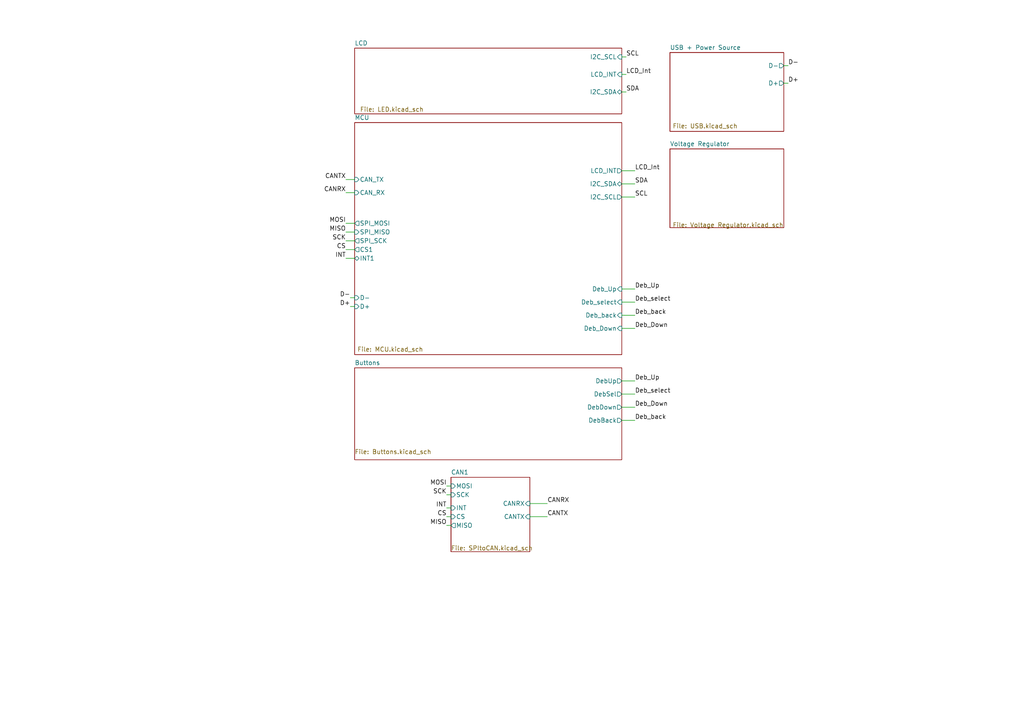
<source format=kicad_sch>
(kicad_sch
	(version 20231120)
	(generator "eeschema")
	(generator_version "8.0")
	(uuid "011ae556-31c3-4ee2-a722-f56ffd3fdd08")
	(paper "A4")
	(lib_symbols)
	(wire
		(pts
			(xy 100.33 72.39) (xy 102.87 72.39)
		)
		(stroke
			(width 0)
			(type default)
		)
		(uuid "14166bc7-7c39-42f4-9a6b-a90624d7f23c")
	)
	(wire
		(pts
			(xy 227.33 19.05) (xy 228.6 19.05)
		)
		(stroke
			(width 0)
			(type default)
		)
		(uuid "185f7f13-3d51-449a-bf02-9ad22adb8109")
	)
	(wire
		(pts
			(xy 100.33 69.85) (xy 102.87 69.85)
		)
		(stroke
			(width 0)
			(type default)
		)
		(uuid "27bf4e0b-a468-484f-92e3-6b4796ae46a0")
	)
	(wire
		(pts
			(xy 180.34 21.59) (xy 181.61 21.59)
		)
		(stroke
			(width 0)
			(type default)
		)
		(uuid "2a7455b7-ac0a-401c-9186-9282fe7dc0d7")
	)
	(wire
		(pts
			(xy 180.34 53.34) (xy 184.15 53.34)
		)
		(stroke
			(width 0)
			(type default)
		)
		(uuid "3476b04a-8249-41cf-baa2-efd2df9a4eb8")
	)
	(wire
		(pts
			(xy 129.54 147.32) (xy 130.81 147.32)
		)
		(stroke
			(width 0)
			(type default)
		)
		(uuid "39133ec0-4781-482d-a92c-d1d8522ca23c")
	)
	(wire
		(pts
			(xy 180.34 87.63) (xy 184.15 87.63)
		)
		(stroke
			(width 0)
			(type default)
		)
		(uuid "3fb9b8b2-6c19-4125-9199-22a342c345fa")
	)
	(wire
		(pts
			(xy 101.6 88.9) (xy 102.87 88.9)
		)
		(stroke
			(width 0)
			(type default)
		)
		(uuid "4c3ac60f-9b9a-44c2-b778-64c0957d3a30")
	)
	(wire
		(pts
			(xy 100.33 74.93) (xy 102.87 74.93)
		)
		(stroke
			(width 0)
			(type default)
		)
		(uuid "57d19dd9-be36-4239-a70e-c2b09661e467")
	)
	(wire
		(pts
			(xy 129.54 140.97) (xy 130.81 140.97)
		)
		(stroke
			(width 0)
			(type default)
		)
		(uuid "5a3286ac-6860-4c80-8c35-3db8612e9510")
	)
	(wire
		(pts
			(xy 100.33 64.77) (xy 102.87 64.77)
		)
		(stroke
			(width 0)
			(type default)
		)
		(uuid "5a4ab8c4-6f56-4e75-90f7-b9cdaccca56e")
	)
	(wire
		(pts
			(xy 100.33 52.07) (xy 102.87 52.07)
		)
		(stroke
			(width 0)
			(type default)
		)
		(uuid "61afda2f-8f00-4fa7-9bc6-d1a663770e2c")
	)
	(wire
		(pts
			(xy 158.75 149.86) (xy 153.67 149.86)
		)
		(stroke
			(width 0)
			(type default)
		)
		(uuid "62cd7857-60c1-44e8-ab43-0a1308638336")
	)
	(wire
		(pts
			(xy 158.75 146.05) (xy 153.67 146.05)
		)
		(stroke
			(width 0)
			(type default)
		)
		(uuid "64ff99af-fa54-481c-8c07-8259ed62a1ca")
	)
	(wire
		(pts
			(xy 180.34 91.44) (xy 184.15 91.44)
		)
		(stroke
			(width 0)
			(type default)
		)
		(uuid "701e0064-8626-464b-b5f1-cde1e89dc325")
	)
	(wire
		(pts
			(xy 180.34 26.67) (xy 181.61 26.67)
		)
		(stroke
			(width 0)
			(type default)
		)
		(uuid "78e60c83-6015-420c-bad2-561c6af2b743")
	)
	(wire
		(pts
			(xy 129.54 152.4) (xy 130.81 152.4)
		)
		(stroke
			(width 0)
			(type default)
		)
		(uuid "79d2a194-66ba-479e-b7ab-991cd13a6008")
	)
	(wire
		(pts
			(xy 100.33 55.88) (xy 102.87 55.88)
		)
		(stroke
			(width 0)
			(type default)
		)
		(uuid "7e2f6716-513f-49e1-a4fc-a1924b17ead4")
	)
	(wire
		(pts
			(xy 180.34 121.92) (xy 184.15 121.92)
		)
		(stroke
			(width 0)
			(type default)
		)
		(uuid "81256a0d-648c-4e84-8664-5b7205265715")
	)
	(wire
		(pts
			(xy 180.34 95.25) (xy 184.15 95.25)
		)
		(stroke
			(width 0)
			(type default)
		)
		(uuid "87047b27-eadf-47fb-8b61-f46d4e2930a3")
	)
	(wire
		(pts
			(xy 180.34 110.49) (xy 184.15 110.49)
		)
		(stroke
			(width 0)
			(type default)
		)
		(uuid "89fa02f1-755d-48c5-9814-de28441ececd")
	)
	(wire
		(pts
			(xy 180.34 57.15) (xy 184.15 57.15)
		)
		(stroke
			(width 0)
			(type default)
		)
		(uuid "90450905-53c4-4c7a-b86d-5f5a308eb737")
	)
	(wire
		(pts
			(xy 180.34 114.3) (xy 184.15 114.3)
		)
		(stroke
			(width 0)
			(type default)
		)
		(uuid "9b0ccbf6-6b4a-437f-a932-0ac6f1d3ea57")
	)
	(wire
		(pts
			(xy 180.34 49.53) (xy 184.15 49.53)
		)
		(stroke
			(width 0)
			(type default)
		)
		(uuid "a62c1024-dc0e-4bfd-8770-67124072671a")
	)
	(wire
		(pts
			(xy 129.54 143.51) (xy 130.81 143.51)
		)
		(stroke
			(width 0)
			(type default)
		)
		(uuid "b2b5ed56-ac83-4027-b83e-535cdb54e855")
	)
	(wire
		(pts
			(xy 101.6 86.36) (xy 102.87 86.36)
		)
		(stroke
			(width 0)
			(type default)
		)
		(uuid "bc726c3c-7931-411e-84d4-bd169b69d349")
	)
	(wire
		(pts
			(xy 180.34 16.51) (xy 181.61 16.51)
		)
		(stroke
			(width 0)
			(type default)
		)
		(uuid "bde555f0-bde5-4ed6-a474-ae246611d38c")
	)
	(wire
		(pts
			(xy 100.33 67.31) (xy 102.87 67.31)
		)
		(stroke
			(width 0)
			(type default)
		)
		(uuid "cba43a87-676c-41df-928d-3a3eb64c9b48")
	)
	(wire
		(pts
			(xy 180.34 118.11) (xy 184.15 118.11)
		)
		(stroke
			(width 0)
			(type default)
		)
		(uuid "da91d965-eddd-43a5-9bc0-357e963bd524")
	)
	(wire
		(pts
			(xy 227.33 24.13) (xy 228.6 24.13)
		)
		(stroke
			(width 0)
			(type default)
		)
		(uuid "ef3f696f-626b-4d93-9c24-6d01e8377cd7")
	)
	(wire
		(pts
			(xy 129.54 149.86) (xy 130.81 149.86)
		)
		(stroke
			(width 0)
			(type default)
		)
		(uuid "f14ef4d3-3ca9-4674-97f0-e60a28787075")
	)
	(wire
		(pts
			(xy 180.34 83.82) (xy 184.15 83.82)
		)
		(stroke
			(width 0)
			(type default)
		)
		(uuid "fd8fb475-e045-4e51-8887-3a246e86b7b0")
	)
	(label "SDA"
		(at 181.61 26.67 0)
		(fields_autoplaced yes)
		(effects
			(font
				(size 1.27 1.27)
			)
			(justify left bottom)
		)
		(uuid "0142eb4e-6c3e-4fbf-a176-0639b5cf7c66")
	)
	(label "CANTX"
		(at 100.33 52.07 180)
		(fields_autoplaced yes)
		(effects
			(font
				(size 1.27 1.27)
			)
			(justify right bottom)
		)
		(uuid "0736d765-b5b9-412a-970b-425420cab1c8")
	)
	(label "SCK"
		(at 129.54 143.51 180)
		(fields_autoplaced yes)
		(effects
			(font
				(size 1.27 1.27)
			)
			(justify right bottom)
		)
		(uuid "09050392-a7c4-48b6-a1ea-d336a2aa9a36")
	)
	(label "Deb_back"
		(at 184.15 121.92 0)
		(fields_autoplaced yes)
		(effects
			(font
				(size 1.27 1.27)
			)
			(justify left bottom)
		)
		(uuid "0a811256-00c2-44db-aef0-dd81fa2f485b")
	)
	(label "MISO"
		(at 129.54 152.4 180)
		(fields_autoplaced yes)
		(effects
			(font
				(size 1.27 1.27)
			)
			(justify right bottom)
		)
		(uuid "0b92864f-b7b3-4994-9337-b165f2cfd125")
	)
	(label "INT"
		(at 129.54 147.32 180)
		(fields_autoplaced yes)
		(effects
			(font
				(size 1.27 1.27)
			)
			(justify right bottom)
		)
		(uuid "0d69234c-efde-42d9-b60d-97514363f40e")
	)
	(label "MISO"
		(at 100.33 67.31 180)
		(fields_autoplaced yes)
		(effects
			(font
				(size 1.27 1.27)
			)
			(justify right bottom)
		)
		(uuid "0f2193af-e464-49fc-8885-052541a4cb83")
	)
	(label "SCL"
		(at 181.61 16.51 0)
		(fields_autoplaced yes)
		(effects
			(font
				(size 1.27 1.27)
			)
			(justify left bottom)
		)
		(uuid "1f3bb798-c9bc-4201-b208-b3b603a68a60")
	)
	(label "MOSI"
		(at 129.54 140.97 180)
		(fields_autoplaced yes)
		(effects
			(font
				(size 1.27 1.27)
			)
			(justify right bottom)
		)
		(uuid "26ba88bd-ecf7-4da6-bc62-f7e964e09cab")
	)
	(label "Deb_Down"
		(at 184.15 95.25 0)
		(fields_autoplaced yes)
		(effects
			(font
				(size 1.27 1.27)
			)
			(justify left bottom)
		)
		(uuid "38407fa6-e3b1-4e95-9a22-fb7cf237f19c")
	)
	(label "Deb_Up"
		(at 184.15 110.49 0)
		(fields_autoplaced yes)
		(effects
			(font
				(size 1.27 1.27)
			)
			(justify left bottom)
		)
		(uuid "5b07c212-6e54-41a8-a7b8-548e951b1f3c")
	)
	(label "LCD_Int"
		(at 184.15 49.53 0)
		(fields_autoplaced yes)
		(effects
			(font
				(size 1.27 1.27)
			)
			(justify left bottom)
		)
		(uuid "601a2ad1-649d-41a4-b99b-919da9c40b1d")
	)
	(label "SDA"
		(at 184.15 53.34 0)
		(fields_autoplaced yes)
		(effects
			(font
				(size 1.27 1.27)
			)
			(justify left bottom)
		)
		(uuid "61aa6455-069b-49c6-82ee-a52105b7fa74")
	)
	(label "SCL"
		(at 184.15 57.15 0)
		(fields_autoplaced yes)
		(effects
			(font
				(size 1.27 1.27)
			)
			(justify left bottom)
		)
		(uuid "7478dcd5-1769-48cb-8b51-24e8695769b2")
	)
	(label "LCD_Int"
		(at 181.61 21.59 0)
		(fields_autoplaced yes)
		(effects
			(font
				(size 1.27 1.27)
			)
			(justify left bottom)
		)
		(uuid "77266719-7b2b-4e79-aca8-271f0536517e")
	)
	(label "CS"
		(at 129.54 149.86 180)
		(fields_autoplaced yes)
		(effects
			(font
				(size 1.27 1.27)
			)
			(justify right bottom)
		)
		(uuid "7d115dbe-7b4e-49c2-8323-5c32d22f0404")
	)
	(label "CANTX"
		(at 158.75 149.86 0)
		(fields_autoplaced yes)
		(effects
			(font
				(size 1.27 1.27)
			)
			(justify left bottom)
		)
		(uuid "84721d8b-e0f4-4e68-9bbe-5d37f22f8ea2")
	)
	(label "Deb_select"
		(at 184.15 114.3 0)
		(fields_autoplaced yes)
		(effects
			(font
				(size 1.27 1.27)
			)
			(justify left bottom)
		)
		(uuid "8a84014f-e1bf-4f4d-a4c3-d0c751b8bf91")
	)
	(label "D-"
		(at 101.6 86.36 180)
		(fields_autoplaced yes)
		(effects
			(font
				(size 1.27 1.27)
			)
			(justify right bottom)
		)
		(uuid "8badd1ae-db6f-495f-81bb-3d8974cd137e")
	)
	(label "INT"
		(at 100.33 74.93 180)
		(fields_autoplaced yes)
		(effects
			(font
				(size 1.27 1.27)
			)
			(justify right bottom)
		)
		(uuid "8f419b25-b2cc-4acd-9407-75e2cb83961c")
	)
	(label "SCK"
		(at 100.33 69.85 180)
		(fields_autoplaced yes)
		(effects
			(font
				(size 1.27 1.27)
			)
			(justify right bottom)
		)
		(uuid "9c1efbb0-9601-4227-9689-ee33b5dca4bc")
	)
	(label "Deb_select"
		(at 184.15 87.63 0)
		(fields_autoplaced yes)
		(effects
			(font
				(size 1.27 1.27)
			)
			(justify left bottom)
		)
		(uuid "b1ef7bb2-8e0c-43ec-ba65-90c6c2c49cf6")
	)
	(label "Deb_Up"
		(at 184.15 83.82 0)
		(fields_autoplaced yes)
		(effects
			(font
				(size 1.27 1.27)
			)
			(justify left bottom)
		)
		(uuid "b57c4e3d-8c34-4fe6-9adb-5bbe6b1b9cf4")
	)
	(label "Deb_back"
		(at 184.15 91.44 0)
		(fields_autoplaced yes)
		(effects
			(font
				(size 1.27 1.27)
			)
			(justify left bottom)
		)
		(uuid "b7d4d33d-2070-4f1e-9cdd-4df4243fb837")
	)
	(label "CANRX"
		(at 100.33 55.88 180)
		(fields_autoplaced yes)
		(effects
			(font
				(size 1.27 1.27)
			)
			(justify right bottom)
		)
		(uuid "bfff33ef-14cd-477e-8598-5ab6426ce39b")
	)
	(label "CANRX"
		(at 158.75 146.05 0)
		(fields_autoplaced yes)
		(effects
			(font
				(size 1.27 1.27)
			)
			(justify left bottom)
		)
		(uuid "c4c8c7bd-360c-491b-9fd5-c24f759b565e")
	)
	(label "D+"
		(at 228.6 24.13 0)
		(fields_autoplaced yes)
		(effects
			(font
				(size 1.27 1.27)
			)
			(justify left bottom)
		)
		(uuid "c9b6628f-44e5-4309-9648-306b933c9b77")
	)
	(label "Deb_Down"
		(at 184.15 118.11 0)
		(fields_autoplaced yes)
		(effects
			(font
				(size 1.27 1.27)
			)
			(justify left bottom)
		)
		(uuid "dc2e2ce8-6760-4e4b-a63a-c931bfe002aa")
	)
	(label "CS"
		(at 100.33 72.39 180)
		(fields_autoplaced yes)
		(effects
			(font
				(size 1.27 1.27)
			)
			(justify right bottom)
		)
		(uuid "de9a6cca-fd18-4b4c-9647-fe9fbf2919bb")
	)
	(label "MOSI"
		(at 100.33 64.77 180)
		(fields_autoplaced yes)
		(effects
			(font
				(size 1.27 1.27)
			)
			(justify right bottom)
		)
		(uuid "ea84e782-3387-4207-8bb6-3e19f1d9a00a")
	)
	(label "D-"
		(at 228.6 19.05 0)
		(fields_autoplaced yes)
		(effects
			(font
				(size 1.27 1.27)
			)
			(justify left bottom)
		)
		(uuid "eac3f006-8511-40ed-befc-c5119affea62")
	)
	(label "D+"
		(at 101.6 88.9 180)
		(fields_autoplaced yes)
		(effects
			(font
				(size 1.27 1.27)
			)
			(justify right bottom)
		)
		(uuid "f724bb10-a4f2-41c1-b0a6-5ddb9d9c821f")
	)
	(sheet
		(at 102.87 13.97)
		(size 77.47 19.05)
		(stroke
			(width 0.1524)
			(type solid)
		)
		(fill
			(color 0 0 0 0.0000)
		)
		(uuid "06d156b2-e7ee-480c-8393-8b638463578f")
		(property "Sheetname" "LCD"
			(at 102.87 13.2584 0)
			(effects
				(font
					(size 1.27 1.27)
				)
				(justify left bottom)
			)
		)
		(property "Sheetfile" "LED.kicad_sch"
			(at 104.394 30.988 0)
			(effects
				(font
					(size 1.27 1.27)
				)
				(justify left top)
			)
		)
		(pin "I2C_SCL" input
			(at 180.34 16.51 0)
			(effects
				(font
					(size 1.27 1.27)
				)
				(justify right)
			)
			(uuid "435c37e8-b2f1-4158-8dbb-72ad1380766c")
		)
		(pin "LCD_INT" input
			(at 180.34 21.59 0)
			(effects
				(font
					(size 1.27 1.27)
				)
				(justify right)
			)
			(uuid "b610c0ec-f4db-4ff2-8cd0-710e96bce761")
		)
		(pin "I2C_SDA" bidirectional
			(at 180.34 26.67 0)
			(effects
				(font
					(size 1.27 1.27)
				)
				(justify right)
			)
			(uuid "5c9366a8-fc29-4d8b-8124-a956622a2cb0")
		)
		(instances
			(project "motor-flasher"
				(path "/011ae556-31c3-4ee2-a722-f56ffd3fdd08"
					(page "2")
				)
			)
		)
	)
	(sheet
		(at 194.31 15.24)
		(size 33.02 22.86)
		(stroke
			(width 0.1524)
			(type solid)
		)
		(fill
			(color 0 0 0 0.0000)
		)
		(uuid "08bfa4ec-fb4c-4b28-8ef2-d1f54c14b331")
		(property "Sheetname" "USB + Power Source"
			(at 194.31 14.5284 0)
			(effects
				(font
					(size 1.27 1.27)
				)
				(justify left bottom)
			)
		)
		(property "Sheetfile" "USB.kicad_sch"
			(at 195.072 35.814 0)
			(effects
				(font
					(size 1.27 1.27)
				)
				(justify left top)
			)
		)
		(pin "D-" output
			(at 227.33 19.05 0)
			(effects
				(font
					(size 1.27 1.27)
				)
				(justify right)
			)
			(uuid "be2d0508-c10f-455b-ae6c-a6d382b9e62a")
		)
		(pin "D+" output
			(at 227.33 24.13 0)
			(effects
				(font
					(size 1.27 1.27)
				)
				(justify right)
			)
			(uuid "9de345ea-778e-4529-9694-f8ebde7ea9da")
		)
		(instances
			(project "motor-flasher"
				(path "/011ae556-31c3-4ee2-a722-f56ffd3fdd08"
					(page "7")
				)
			)
		)
	)
	(sheet
		(at 194.31 43.18)
		(size 33.02 22.86)
		(stroke
			(width 0.1524)
			(type solid)
		)
		(fill
			(color 0 0 0 0.0000)
		)
		(uuid "0e9c00d7-e8c1-4296-8767-60dd2b2008c4")
		(property "Sheetname" "Voltage Regulator"
			(at 194.31 42.4684 0)
			(effects
				(font
					(size 1.27 1.27)
				)
				(justify left bottom)
			)
		)
		(property "Sheetfile" "Voltage Regulator.kicad_sch"
			(at 195.072 64.516 0)
			(effects
				(font
					(size 1.27 1.27)
				)
				(justify left top)
			)
		)
		(instances
			(project "motor-flasher"
				(path "/011ae556-31c3-4ee2-a722-f56ffd3fdd08"
					(page "6")
				)
			)
		)
	)
	(sheet
		(at 102.87 35.56)
		(size 77.47 67.31)
		(stroke
			(width 0.1524)
			(type solid)
		)
		(fill
			(color 0 0 0 0.0000)
		)
		(uuid "21b9991f-ddde-447d-9f53-2b3773ea9e1b")
		(property "Sheetname" "MCU"
			(at 102.87 34.8484 0)
			(effects
				(font
					(size 1.27 1.27)
				)
				(justify left bottom)
			)
		)
		(property "Sheetfile" "MCU.kicad_sch"
			(at 103.632 100.584 0)
			(effects
				(font
					(size 1.27 1.27)
				)
				(justify left top)
			)
		)
		(pin "LCD_INT" output
			(at 180.34 49.53 0)
			(effects
				(font
					(size 1.27 1.27)
				)
				(justify right)
			)
			(uuid "f233b253-f744-435a-b016-053c30885aca")
		)
		(pin "I2C_SCL" output
			(at 180.34 57.15 0)
			(effects
				(font
					(size 1.27 1.27)
				)
				(justify right)
			)
			(uuid "33e69c49-c958-43cb-aaf7-ce493c1bbbd7")
		)
		(pin "I2C_SDA" bidirectional
			(at 180.34 53.34 0)
			(effects
				(font
					(size 1.27 1.27)
				)
				(justify right)
			)
			(uuid "6bae102a-2f56-4243-9156-1a66a44211ca")
		)
		(pin "Deb_Up" input
			(at 180.34 83.82 0)
			(effects
				(font
					(size 1.27 1.27)
				)
				(justify right)
			)
			(uuid "28c68a2e-fcaf-4375-ac32-23e1fb3dbb2b")
		)
		(pin "Deb_select" input
			(at 180.34 87.63 0)
			(effects
				(font
					(size 1.27 1.27)
				)
				(justify right)
			)
			(uuid "28a8a639-f145-49c9-b58a-d886db6a23db")
		)
		(pin "Deb_back" input
			(at 180.34 91.44 0)
			(effects
				(font
					(size 1.27 1.27)
				)
				(justify right)
			)
			(uuid "531dd19f-f846-42ad-b8d7-7cf530b70934")
		)
		(pin "Deb_Down" input
			(at 180.34 95.25 0)
			(effects
				(font
					(size 1.27 1.27)
				)
				(justify right)
			)
			(uuid "797c9e30-c370-4752-a2e7-c3cdfdf60a14")
		)
		(pin "CAN_TX" input
			(at 102.87 52.07 180)
			(effects
				(font
					(size 1.27 1.27)
				)
				(justify left)
			)
			(uuid "3e73d569-7827-4f3f-a5df-ae4671f2d746")
		)
		(pin "CAN_RX" input
			(at 102.87 55.88 180)
			(effects
				(font
					(size 1.27 1.27)
				)
				(justify left)
			)
			(uuid "9134e27d-e576-4a71-9ed3-021109fcffed")
		)
		(pin "SPI_MOSI" output
			(at 102.87 64.77 180)
			(effects
				(font
					(size 1.27 1.27)
				)
				(justify left)
			)
			(uuid "f79f97b2-c8ea-4ee5-afc1-176429aa7d80")
		)
		(pin "SPI_MISO" input
			(at 102.87 67.31 180)
			(effects
				(font
					(size 1.27 1.27)
				)
				(justify left)
			)
			(uuid "26f13949-0aee-44a0-b996-b10a8af8c21f")
		)
		(pin "SPI_SCK" output
			(at 102.87 69.85 180)
			(effects
				(font
					(size 1.27 1.27)
				)
				(justify left)
			)
			(uuid "76ccbb2a-19d2-4ba2-8b1f-0d837af8eec6")
		)
		(pin "D-" input
			(at 102.87 86.36 180)
			(effects
				(font
					(size 1.27 1.27)
				)
				(justify left)
			)
			(uuid "788204fb-57b0-4ccf-a618-d6c74930636e")
		)
		(pin "D+" input
			(at 102.87 88.9 180)
			(effects
				(font
					(size 1.27 1.27)
				)
				(justify left)
			)
			(uuid "a0af40c9-1346-4ff0-b611-650424d1c16a")
		)
		(pin "CS1" output
			(at 102.87 72.39 180)
			(effects
				(font
					(size 1.27 1.27)
				)
				(justify left)
			)
			(uuid "e2001942-c222-42ff-893f-0f6bc262c110")
		)
		(pin "INT1" bidirectional
			(at 102.87 74.93 180)
			(effects
				(font
					(size 1.27 1.27)
				)
				(justify left)
			)
			(uuid "31301696-3876-4557-8776-14c90ddf4c6a")
		)
		(instances
			(project "motor-flasher"
				(path "/011ae556-31c3-4ee2-a722-f56ffd3fdd08"
					(page "3")
				)
			)
		)
	)
	(sheet
		(at 102.87 106.68)
		(size 77.47 26.67)
		(stroke
			(width 0.1524)
			(type solid)
		)
		(fill
			(color 0 0 0 0.0000)
		)
		(uuid "a2b5b4e2-343c-454b-b8e5-d2b1c53e1cbe")
		(property "Sheetname" "Buttons"
			(at 102.87 105.9684 0)
			(effects
				(font
					(size 1.27 1.27)
				)
				(justify left bottom)
			)
		)
		(property "Sheetfile" "Buttons.kicad_sch"
			(at 102.87 130.302 0)
			(effects
				(font
					(size 1.27 1.27)
				)
				(justify left top)
			)
		)
		(pin "DebDown" output
			(at 180.34 118.11 0)
			(effects
				(font
					(size 1.27 1.27)
				)
				(justify right)
			)
			(uuid "87668838-958a-4cb1-8fe4-4fdb68df85a9")
		)
		(pin "DebBack" output
			(at 180.34 121.92 0)
			(effects
				(font
					(size 1.27 1.27)
				)
				(justify right)
			)
			(uuid "2120125e-a4bf-4b46-8a91-72880675786f")
		)
		(pin "DebSel" output
			(at 180.34 114.3 0)
			(effects
				(font
					(size 1.27 1.27)
				)
				(justify right)
			)
			(uuid "0c3c0338-1de0-46db-be85-1166c71d15e9")
		)
		(pin "DebUp" output
			(at 180.34 110.49 0)
			(effects
				(font
					(size 1.27 1.27)
				)
				(justify right)
			)
			(uuid "c22348bb-d3df-453f-a7b7-afb278aac95f")
		)
		(instances
			(project "motor-flasher"
				(path "/011ae556-31c3-4ee2-a722-f56ffd3fdd08"
					(page "4")
				)
			)
		)
	)
	(sheet
		(at 130.81 138.43)
		(size 22.86 21.59)
		(stroke
			(width 0.1524)
			(type solid)
		)
		(fill
			(color 0 0 0 0.0000)
		)
		(uuid "e3301e22-c54d-4c6d-8201-ed1434ad4e7e")
		(property "Sheetname" "CAN1"
			(at 130.81 137.7184 0)
			(effects
				(font
					(size 1.27 1.27)
				)
				(justify left bottom)
			)
		)
		(property "Sheetfile" "SPItoCAN.kicad_sch"
			(at 130.81 158.242 0)
			(effects
				(font
					(size 1.27 1.27)
				)
				(justify left top)
			)
		)
		(pin "MOSI" input
			(at 130.81 140.97 180)
			(effects
				(font
					(size 1.27 1.27)
				)
				(justify left)
			)
			(uuid "06bbfbfd-ed02-4947-8b52-1d727e9fda88")
		)
		(pin "SCK" input
			(at 130.81 143.51 180)
			(effects
				(font
					(size 1.27 1.27)
				)
				(justify left)
			)
			(uuid "661baa2a-0353-439f-9203-5e32bb905a86")
		)
		(pin "INT" input
			(at 130.81 147.32 180)
			(effects
				(font
					(size 1.27 1.27)
				)
				(justify left)
			)
			(uuid "92b55962-8ba1-4bcc-b730-a833b44b6106")
		)
		(pin "CS" input
			(at 130.81 149.86 180)
			(effects
				(font
					(size 1.27 1.27)
				)
				(justify left)
			)
			(uuid "f0471406-8086-4b3b-a5ca-c33641328e84")
		)
		(pin "CANTX" input
			(at 153.67 149.86 0)
			(effects
				(font
					(size 1.27 1.27)
				)
				(justify right)
			)
			(uuid "61ccf9ac-c184-4742-8295-a4d84e1ae1f3")
		)
		(pin "CANRX" input
			(at 153.67 146.05 0)
			(effects
				(font
					(size 1.27 1.27)
				)
				(justify right)
			)
			(uuid "fe9d1158-a124-4327-9db2-f12d26198805")
		)
		(pin "MISO" output
			(at 130.81 152.4 180)
			(effects
				(font
					(size 1.27 1.27)
				)
				(justify left)
			)
			(uuid "e10d553f-0ed3-44a6-84cc-746459b1cc9b")
		)
		(instances
			(project "motor-flasher"
				(path "/011ae556-31c3-4ee2-a722-f56ffd3fdd08"
					(page "11")
				)
			)
		)
	)
	(sheet_instances
		(path "/"
			(page "1")
		)
	)
)

</source>
